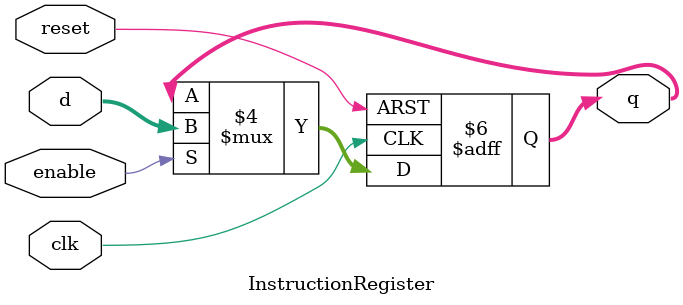
<source format=v>
module InstructionRegister(clk, enable, d, reset, q);

input clk;
input enable;
input reset;
input [15:0] d;
output reg [15:0] q;

always @ (posedge clk or posedge reset)
begin
    if (reset == 1) begin
        q <= 0;
    end else if (enable == 1) begin
        q <= d;
    end
end                
endmodule
</source>
